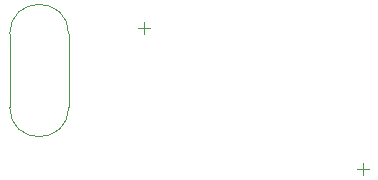
<source format=gbr>
G04*
G04 #@! TF.GenerationSoftware,Altium Limited,Altium Designer,22.4.2 (48)*
G04*
G04 Layer_Color=32768*
%FSLAX25Y25*%
%MOIN*%
G70*
G04*
G04 #@! TF.SameCoordinates,58CDF047-041F-4824-80A0-4C5186096447*
G04*
G04*
G04 #@! TF.FilePolarity,Positive*
G04*
G01*
G75*
%ADD10C,0.00394*%
D10*
X133343Y414598D02*
G03*
X113657Y414598I-9843J0D01*
G01*
Y390189D02*
G03*
X133343Y390189I9843J0D01*
G01*
X113657D02*
Y414598D01*
X133343Y390189D02*
Y414598D01*
X231500Y367531D02*
Y371468D01*
X229532Y369500D02*
X233469D01*
X158500Y414532D02*
Y418469D01*
X156532Y416500D02*
X160468D01*
M02*

</source>
